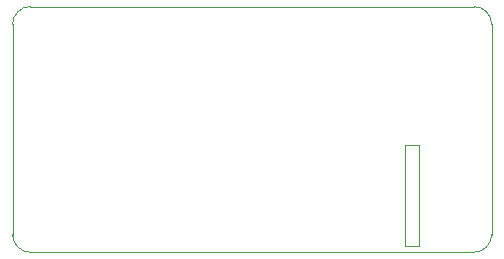
<source format=gbr>
%TF.GenerationSoftware,KiCad,Pcbnew,8.99.0-unknown-2123e2ca9c~177~ubuntu22.04.1*%
%TF.CreationDate,2024-04-04T17:44:23+09:00*%
%TF.ProjectId,SafePulse,53616665-5075-46c7-9365-2e6b69636164,V1.2.4*%
%TF.SameCoordinates,PX78d49e0PY49c7f08*%
%TF.FileFunction,Profile,NP*%
%FSLAX46Y46*%
G04 Gerber Fmt 4.6, Leading zero omitted, Abs format (unit mm)*
G04 Created by KiCad (PCBNEW 8.99.0-unknown-2123e2ca9c~177~ubuntu22.04.1) date 2024-04-04 17:44:23*
%MOMM*%
%LPD*%
G01*
G04 APERTURE LIST*
%TA.AperFunction,Profile*%
%ADD10C,0.100000*%
%TD*%
G04 APERTURE END LIST*
D10*
X40100000Y900000D02*
G75*
G02*
X38600000Y-600000I-1500000J0D01*
G01*
X38600000Y-600000D02*
X1038000Y-600000D01*
X40100000Y18700000D02*
X40100000Y900000D01*
X-462000Y18700000D02*
G75*
G02*
X1038000Y20200000I1500000J0D01*
G01*
X38600000Y20200000D02*
G75*
G02*
X40100000Y18700000I0J-1500000D01*
G01*
X32750000Y8440000D02*
X33950000Y8440000D01*
X33950000Y-100000D01*
X32750000Y-100000D01*
X32750000Y8440000D01*
X38600000Y20200000D02*
X1038000Y20200000D01*
X1038000Y-600000D02*
G75*
G02*
X-462000Y900000I0J1500000D01*
G01*
X-462000Y900000D02*
X-462000Y18700000D01*
M02*

</source>
